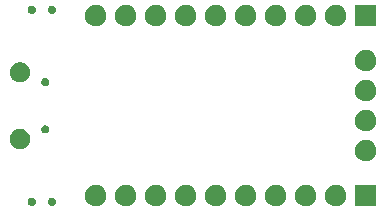
<source format=gbr>
G04 #@! TF.GenerationSoftware,KiCad,Pcbnew,(5.1.5)-3*
G04 #@! TF.CreationDate,2020-06-09T21:02:58-05:00*
G04 #@! TF.ProjectId,pcb,7063622e-6b69-4636-9164-5f7063625858,rev?*
G04 #@! TF.SameCoordinates,Original*
G04 #@! TF.FileFunction,Soldermask,Bot*
G04 #@! TF.FilePolarity,Negative*
%FSLAX46Y46*%
G04 Gerber Fmt 4.6, Leading zero omitted, Abs format (unit mm)*
G04 Created by KiCad (PCBNEW (5.1.5)-3) date 2020-06-09 21:02:58*
%MOMM*%
%LPD*%
G04 APERTURE LIST*
%ADD10C,0.100000*%
G04 APERTURE END LIST*
D10*
G36*
X152513512Y-115943927D02*
G01*
X152662812Y-115973624D01*
X152826784Y-116041544D01*
X152974354Y-116140147D01*
X153099853Y-116265646D01*
X153198456Y-116413216D01*
X153266376Y-116577188D01*
X153301000Y-116751259D01*
X153301000Y-116928741D01*
X153266376Y-117102812D01*
X153198456Y-117266784D01*
X153099853Y-117414354D01*
X152974354Y-117539853D01*
X152826784Y-117638456D01*
X152662812Y-117706376D01*
X152513512Y-117736073D01*
X152488742Y-117741000D01*
X152311258Y-117741000D01*
X152286488Y-117736073D01*
X152137188Y-117706376D01*
X151973216Y-117638456D01*
X151825646Y-117539853D01*
X151700147Y-117414354D01*
X151601544Y-117266784D01*
X151533624Y-117102812D01*
X151499000Y-116928741D01*
X151499000Y-116751259D01*
X151533624Y-116577188D01*
X151601544Y-116413216D01*
X151700147Y-116265646D01*
X151825646Y-116140147D01*
X151973216Y-116041544D01*
X152137188Y-115973624D01*
X152286488Y-115943927D01*
X152311258Y-115939000D01*
X152488742Y-115939000D01*
X152513512Y-115943927D01*
G37*
G36*
X155053512Y-115943927D02*
G01*
X155202812Y-115973624D01*
X155366784Y-116041544D01*
X155514354Y-116140147D01*
X155639853Y-116265646D01*
X155738456Y-116413216D01*
X155806376Y-116577188D01*
X155841000Y-116751259D01*
X155841000Y-116928741D01*
X155806376Y-117102812D01*
X155738456Y-117266784D01*
X155639853Y-117414354D01*
X155514354Y-117539853D01*
X155366784Y-117638456D01*
X155202812Y-117706376D01*
X155053512Y-117736073D01*
X155028742Y-117741000D01*
X154851258Y-117741000D01*
X154826488Y-117736073D01*
X154677188Y-117706376D01*
X154513216Y-117638456D01*
X154365646Y-117539853D01*
X154240147Y-117414354D01*
X154141544Y-117266784D01*
X154073624Y-117102812D01*
X154039000Y-116928741D01*
X154039000Y-116751259D01*
X154073624Y-116577188D01*
X154141544Y-116413216D01*
X154240147Y-116265646D01*
X154365646Y-116140147D01*
X154513216Y-116041544D01*
X154677188Y-115973624D01*
X154826488Y-115943927D01*
X154851258Y-115939000D01*
X155028742Y-115939000D01*
X155053512Y-115943927D01*
G37*
G36*
X158381000Y-117741000D02*
G01*
X156579000Y-117741000D01*
X156579000Y-115939000D01*
X158381000Y-115939000D01*
X158381000Y-117741000D01*
G37*
G36*
X149973512Y-115943927D02*
G01*
X150122812Y-115973624D01*
X150286784Y-116041544D01*
X150434354Y-116140147D01*
X150559853Y-116265646D01*
X150658456Y-116413216D01*
X150726376Y-116577188D01*
X150761000Y-116751259D01*
X150761000Y-116928741D01*
X150726376Y-117102812D01*
X150658456Y-117266784D01*
X150559853Y-117414354D01*
X150434354Y-117539853D01*
X150286784Y-117638456D01*
X150122812Y-117706376D01*
X149973512Y-117736073D01*
X149948742Y-117741000D01*
X149771258Y-117741000D01*
X149746488Y-117736073D01*
X149597188Y-117706376D01*
X149433216Y-117638456D01*
X149285646Y-117539853D01*
X149160147Y-117414354D01*
X149061544Y-117266784D01*
X148993624Y-117102812D01*
X148959000Y-116928741D01*
X148959000Y-116751259D01*
X148993624Y-116577188D01*
X149061544Y-116413216D01*
X149160147Y-116265646D01*
X149285646Y-116140147D01*
X149433216Y-116041544D01*
X149597188Y-115973624D01*
X149746488Y-115943927D01*
X149771258Y-115939000D01*
X149948742Y-115939000D01*
X149973512Y-115943927D01*
G37*
G36*
X147433512Y-115943927D02*
G01*
X147582812Y-115973624D01*
X147746784Y-116041544D01*
X147894354Y-116140147D01*
X148019853Y-116265646D01*
X148118456Y-116413216D01*
X148186376Y-116577188D01*
X148221000Y-116751259D01*
X148221000Y-116928741D01*
X148186376Y-117102812D01*
X148118456Y-117266784D01*
X148019853Y-117414354D01*
X147894354Y-117539853D01*
X147746784Y-117638456D01*
X147582812Y-117706376D01*
X147433512Y-117736073D01*
X147408742Y-117741000D01*
X147231258Y-117741000D01*
X147206488Y-117736073D01*
X147057188Y-117706376D01*
X146893216Y-117638456D01*
X146745646Y-117539853D01*
X146620147Y-117414354D01*
X146521544Y-117266784D01*
X146453624Y-117102812D01*
X146419000Y-116928741D01*
X146419000Y-116751259D01*
X146453624Y-116577188D01*
X146521544Y-116413216D01*
X146620147Y-116265646D01*
X146745646Y-116140147D01*
X146893216Y-116041544D01*
X147057188Y-115973624D01*
X147206488Y-115943927D01*
X147231258Y-115939000D01*
X147408742Y-115939000D01*
X147433512Y-115943927D01*
G37*
G36*
X144893512Y-115943927D02*
G01*
X145042812Y-115973624D01*
X145206784Y-116041544D01*
X145354354Y-116140147D01*
X145479853Y-116265646D01*
X145578456Y-116413216D01*
X145646376Y-116577188D01*
X145681000Y-116751259D01*
X145681000Y-116928741D01*
X145646376Y-117102812D01*
X145578456Y-117266784D01*
X145479853Y-117414354D01*
X145354354Y-117539853D01*
X145206784Y-117638456D01*
X145042812Y-117706376D01*
X144893512Y-117736073D01*
X144868742Y-117741000D01*
X144691258Y-117741000D01*
X144666488Y-117736073D01*
X144517188Y-117706376D01*
X144353216Y-117638456D01*
X144205646Y-117539853D01*
X144080147Y-117414354D01*
X143981544Y-117266784D01*
X143913624Y-117102812D01*
X143879000Y-116928741D01*
X143879000Y-116751259D01*
X143913624Y-116577188D01*
X143981544Y-116413216D01*
X144080147Y-116265646D01*
X144205646Y-116140147D01*
X144353216Y-116041544D01*
X144517188Y-115973624D01*
X144666488Y-115943927D01*
X144691258Y-115939000D01*
X144868742Y-115939000D01*
X144893512Y-115943927D01*
G37*
G36*
X142353512Y-115943927D02*
G01*
X142502812Y-115973624D01*
X142666784Y-116041544D01*
X142814354Y-116140147D01*
X142939853Y-116265646D01*
X143038456Y-116413216D01*
X143106376Y-116577188D01*
X143141000Y-116751259D01*
X143141000Y-116928741D01*
X143106376Y-117102812D01*
X143038456Y-117266784D01*
X142939853Y-117414354D01*
X142814354Y-117539853D01*
X142666784Y-117638456D01*
X142502812Y-117706376D01*
X142353512Y-117736073D01*
X142328742Y-117741000D01*
X142151258Y-117741000D01*
X142126488Y-117736073D01*
X141977188Y-117706376D01*
X141813216Y-117638456D01*
X141665646Y-117539853D01*
X141540147Y-117414354D01*
X141441544Y-117266784D01*
X141373624Y-117102812D01*
X141339000Y-116928741D01*
X141339000Y-116751259D01*
X141373624Y-116577188D01*
X141441544Y-116413216D01*
X141540147Y-116265646D01*
X141665646Y-116140147D01*
X141813216Y-116041544D01*
X141977188Y-115973624D01*
X142126488Y-115943927D01*
X142151258Y-115939000D01*
X142328742Y-115939000D01*
X142353512Y-115943927D01*
G37*
G36*
X139813512Y-115943927D02*
G01*
X139962812Y-115973624D01*
X140126784Y-116041544D01*
X140274354Y-116140147D01*
X140399853Y-116265646D01*
X140498456Y-116413216D01*
X140566376Y-116577188D01*
X140601000Y-116751259D01*
X140601000Y-116928741D01*
X140566376Y-117102812D01*
X140498456Y-117266784D01*
X140399853Y-117414354D01*
X140274354Y-117539853D01*
X140126784Y-117638456D01*
X139962812Y-117706376D01*
X139813512Y-117736073D01*
X139788742Y-117741000D01*
X139611258Y-117741000D01*
X139586488Y-117736073D01*
X139437188Y-117706376D01*
X139273216Y-117638456D01*
X139125646Y-117539853D01*
X139000147Y-117414354D01*
X138901544Y-117266784D01*
X138833624Y-117102812D01*
X138799000Y-116928741D01*
X138799000Y-116751259D01*
X138833624Y-116577188D01*
X138901544Y-116413216D01*
X139000147Y-116265646D01*
X139125646Y-116140147D01*
X139273216Y-116041544D01*
X139437188Y-115973624D01*
X139586488Y-115943927D01*
X139611258Y-115939000D01*
X139788742Y-115939000D01*
X139813512Y-115943927D01*
G37*
G36*
X137273512Y-115943927D02*
G01*
X137422812Y-115973624D01*
X137586784Y-116041544D01*
X137734354Y-116140147D01*
X137859853Y-116265646D01*
X137958456Y-116413216D01*
X138026376Y-116577188D01*
X138061000Y-116751259D01*
X138061000Y-116928741D01*
X138026376Y-117102812D01*
X137958456Y-117266784D01*
X137859853Y-117414354D01*
X137734354Y-117539853D01*
X137586784Y-117638456D01*
X137422812Y-117706376D01*
X137273512Y-117736073D01*
X137248742Y-117741000D01*
X137071258Y-117741000D01*
X137046488Y-117736073D01*
X136897188Y-117706376D01*
X136733216Y-117638456D01*
X136585646Y-117539853D01*
X136460147Y-117414354D01*
X136361544Y-117266784D01*
X136293624Y-117102812D01*
X136259000Y-116928741D01*
X136259000Y-116751259D01*
X136293624Y-116577188D01*
X136361544Y-116413216D01*
X136460147Y-116265646D01*
X136585646Y-116140147D01*
X136733216Y-116041544D01*
X136897188Y-115973624D01*
X137046488Y-115943927D01*
X137071258Y-115939000D01*
X137248742Y-115939000D01*
X137273512Y-115943927D01*
G37*
G36*
X134733512Y-115943927D02*
G01*
X134882812Y-115973624D01*
X135046784Y-116041544D01*
X135194354Y-116140147D01*
X135319853Y-116265646D01*
X135418456Y-116413216D01*
X135486376Y-116577188D01*
X135521000Y-116751259D01*
X135521000Y-116928741D01*
X135486376Y-117102812D01*
X135418456Y-117266784D01*
X135319853Y-117414354D01*
X135194354Y-117539853D01*
X135046784Y-117638456D01*
X134882812Y-117706376D01*
X134733512Y-117736073D01*
X134708742Y-117741000D01*
X134531258Y-117741000D01*
X134506488Y-117736073D01*
X134357188Y-117706376D01*
X134193216Y-117638456D01*
X134045646Y-117539853D01*
X133920147Y-117414354D01*
X133821544Y-117266784D01*
X133753624Y-117102812D01*
X133719000Y-116928741D01*
X133719000Y-116751259D01*
X133753624Y-116577188D01*
X133821544Y-116413216D01*
X133920147Y-116265646D01*
X134045646Y-116140147D01*
X134193216Y-116041544D01*
X134357188Y-115973624D01*
X134506488Y-115943927D01*
X134531258Y-115939000D01*
X134708742Y-115939000D01*
X134733512Y-115943927D01*
G37*
G36*
X129300383Y-117010489D02*
G01*
X129300386Y-117010490D01*
X129300385Y-117010490D01*
X129364258Y-117036946D01*
X129421748Y-117075360D01*
X129470640Y-117124252D01*
X129509054Y-117181742D01*
X129530624Y-117233818D01*
X129535511Y-117245617D01*
X129549000Y-117313430D01*
X129549000Y-117382570D01*
X129535511Y-117450383D01*
X129535510Y-117450385D01*
X129509054Y-117514258D01*
X129470640Y-117571748D01*
X129421748Y-117620640D01*
X129364258Y-117659054D01*
X129312182Y-117680624D01*
X129300383Y-117685511D01*
X129232570Y-117699000D01*
X129163430Y-117699000D01*
X129095617Y-117685511D01*
X129083818Y-117680624D01*
X129031742Y-117659054D01*
X128974252Y-117620640D01*
X128925360Y-117571748D01*
X128886946Y-117514258D01*
X128860490Y-117450385D01*
X128860489Y-117450383D01*
X128847000Y-117382570D01*
X128847000Y-117313430D01*
X128860489Y-117245617D01*
X128865376Y-117233818D01*
X128886946Y-117181742D01*
X128925360Y-117124252D01*
X128974252Y-117075360D01*
X129031742Y-117036946D01*
X129095615Y-117010490D01*
X129095614Y-117010490D01*
X129095617Y-117010489D01*
X129163430Y-116997000D01*
X129232570Y-116997000D01*
X129300383Y-117010489D01*
G37*
G36*
X131000383Y-117010489D02*
G01*
X131000386Y-117010490D01*
X131000385Y-117010490D01*
X131064258Y-117036946D01*
X131121748Y-117075360D01*
X131170640Y-117124252D01*
X131209054Y-117181742D01*
X131230624Y-117233818D01*
X131235511Y-117245617D01*
X131249000Y-117313430D01*
X131249000Y-117382570D01*
X131235511Y-117450383D01*
X131235510Y-117450385D01*
X131209054Y-117514258D01*
X131170640Y-117571748D01*
X131121748Y-117620640D01*
X131064258Y-117659054D01*
X131012182Y-117680624D01*
X131000383Y-117685511D01*
X130932570Y-117699000D01*
X130863430Y-117699000D01*
X130795617Y-117685511D01*
X130783818Y-117680624D01*
X130731742Y-117659054D01*
X130674252Y-117620640D01*
X130625360Y-117571748D01*
X130586946Y-117514258D01*
X130560490Y-117450385D01*
X130560489Y-117450383D01*
X130547000Y-117382570D01*
X130547000Y-117313430D01*
X130560489Y-117245617D01*
X130565376Y-117233818D01*
X130586946Y-117181742D01*
X130625360Y-117124252D01*
X130674252Y-117075360D01*
X130731742Y-117036946D01*
X130795615Y-117010490D01*
X130795614Y-117010490D01*
X130795617Y-117010489D01*
X130863430Y-116997000D01*
X130932570Y-116997000D01*
X131000383Y-117010489D01*
G37*
G36*
X157593512Y-112133927D02*
G01*
X157742812Y-112163624D01*
X157906784Y-112231544D01*
X158054354Y-112330147D01*
X158179853Y-112455646D01*
X158278456Y-112603216D01*
X158346376Y-112767188D01*
X158381000Y-112941259D01*
X158381000Y-113118741D01*
X158346376Y-113292812D01*
X158278456Y-113456784D01*
X158179853Y-113604354D01*
X158054354Y-113729853D01*
X157906784Y-113828456D01*
X157742812Y-113896376D01*
X157593512Y-113926073D01*
X157568742Y-113931000D01*
X157391258Y-113931000D01*
X157366488Y-113926073D01*
X157217188Y-113896376D01*
X157053216Y-113828456D01*
X156905646Y-113729853D01*
X156780147Y-113604354D01*
X156681544Y-113456784D01*
X156613624Y-113292812D01*
X156579000Y-113118741D01*
X156579000Y-112941259D01*
X156613624Y-112767188D01*
X156681544Y-112603216D01*
X156780147Y-112455646D01*
X156905646Y-112330147D01*
X157053216Y-112231544D01*
X157217188Y-112163624D01*
X157366488Y-112133927D01*
X157391258Y-112129000D01*
X157568742Y-112129000D01*
X157593512Y-112133927D01*
G37*
G36*
X128444228Y-111226703D02*
G01*
X128599100Y-111290853D01*
X128738481Y-111383985D01*
X128857015Y-111502519D01*
X128950147Y-111641900D01*
X129014297Y-111796772D01*
X129047000Y-111961184D01*
X129047000Y-112128816D01*
X129014297Y-112293228D01*
X128950147Y-112448100D01*
X128857015Y-112587481D01*
X128738481Y-112706015D01*
X128599100Y-112799147D01*
X128444228Y-112863297D01*
X128279816Y-112896000D01*
X128112184Y-112896000D01*
X127947772Y-112863297D01*
X127792900Y-112799147D01*
X127653519Y-112706015D01*
X127534985Y-112587481D01*
X127441853Y-112448100D01*
X127377703Y-112293228D01*
X127345000Y-112128816D01*
X127345000Y-111961184D01*
X127377703Y-111796772D01*
X127441853Y-111641900D01*
X127534985Y-111502519D01*
X127653519Y-111383985D01*
X127792900Y-111290853D01*
X127947772Y-111226703D01*
X128112184Y-111194000D01*
X128279816Y-111194000D01*
X128444228Y-111226703D01*
G37*
G36*
X130448383Y-110882489D02*
G01*
X130448386Y-110882490D01*
X130448385Y-110882490D01*
X130512258Y-110908946D01*
X130569748Y-110947360D01*
X130618640Y-110996252D01*
X130657054Y-111053742D01*
X130661449Y-111064354D01*
X130683511Y-111117617D01*
X130697000Y-111185430D01*
X130697000Y-111254570D01*
X130683511Y-111322383D01*
X130683510Y-111322385D01*
X130657054Y-111386258D01*
X130618640Y-111443748D01*
X130569748Y-111492640D01*
X130512258Y-111531054D01*
X130460182Y-111552624D01*
X130448383Y-111557511D01*
X130380570Y-111571000D01*
X130311430Y-111571000D01*
X130243617Y-111557511D01*
X130231818Y-111552624D01*
X130179742Y-111531054D01*
X130122252Y-111492640D01*
X130073360Y-111443748D01*
X130034946Y-111386258D01*
X130008490Y-111322385D01*
X130008489Y-111322383D01*
X129995000Y-111254570D01*
X129995000Y-111185430D01*
X130008489Y-111117617D01*
X130030551Y-111064354D01*
X130034946Y-111053742D01*
X130073360Y-110996252D01*
X130122252Y-110947360D01*
X130179742Y-110908946D01*
X130243615Y-110882490D01*
X130243614Y-110882490D01*
X130243617Y-110882489D01*
X130311430Y-110869000D01*
X130380570Y-110869000D01*
X130448383Y-110882489D01*
G37*
G36*
X157593512Y-109593927D02*
G01*
X157742812Y-109623624D01*
X157906784Y-109691544D01*
X158054354Y-109790147D01*
X158179853Y-109915646D01*
X158278456Y-110063216D01*
X158346376Y-110227188D01*
X158381000Y-110401259D01*
X158381000Y-110578741D01*
X158346376Y-110752812D01*
X158278456Y-110916784D01*
X158179853Y-111064354D01*
X158054354Y-111189853D01*
X157906784Y-111288456D01*
X157742812Y-111356376D01*
X157593512Y-111386073D01*
X157568742Y-111391000D01*
X157391258Y-111391000D01*
X157366488Y-111386073D01*
X157217188Y-111356376D01*
X157053216Y-111288456D01*
X156905646Y-111189853D01*
X156780147Y-111064354D01*
X156681544Y-110916784D01*
X156613624Y-110752812D01*
X156579000Y-110578741D01*
X156579000Y-110401259D01*
X156613624Y-110227188D01*
X156681544Y-110063216D01*
X156780147Y-109915646D01*
X156905646Y-109790147D01*
X157053216Y-109691544D01*
X157217188Y-109623624D01*
X157366488Y-109593927D01*
X157391258Y-109589000D01*
X157568742Y-109589000D01*
X157593512Y-109593927D01*
G37*
G36*
X157592566Y-107053739D02*
G01*
X157742812Y-107083624D01*
X157906784Y-107151544D01*
X158054354Y-107250147D01*
X158179853Y-107375646D01*
X158278456Y-107523216D01*
X158346376Y-107687188D01*
X158381000Y-107861259D01*
X158381000Y-108038741D01*
X158346376Y-108212812D01*
X158278456Y-108376784D01*
X158179853Y-108524354D01*
X158054354Y-108649853D01*
X157906784Y-108748456D01*
X157742812Y-108816376D01*
X157593512Y-108846073D01*
X157568742Y-108851000D01*
X157391258Y-108851000D01*
X157366488Y-108846073D01*
X157217188Y-108816376D01*
X157053216Y-108748456D01*
X156905646Y-108649853D01*
X156780147Y-108524354D01*
X156681544Y-108376784D01*
X156613624Y-108212812D01*
X156579000Y-108038741D01*
X156579000Y-107861259D01*
X156613624Y-107687188D01*
X156681544Y-107523216D01*
X156780147Y-107375646D01*
X156905646Y-107250147D01*
X157053216Y-107151544D01*
X157217188Y-107083624D01*
X157367434Y-107053739D01*
X157391258Y-107049000D01*
X157568742Y-107049000D01*
X157592566Y-107053739D01*
G37*
G36*
X130448383Y-106882489D02*
G01*
X130448386Y-106882490D01*
X130448385Y-106882490D01*
X130512258Y-106908946D01*
X130569748Y-106947360D01*
X130618640Y-106996252D01*
X130657054Y-107053742D01*
X130657995Y-107056015D01*
X130683511Y-107117617D01*
X130697000Y-107185430D01*
X130697000Y-107254570D01*
X130683511Y-107322383D01*
X130683510Y-107322385D01*
X130657054Y-107386258D01*
X130618640Y-107443748D01*
X130569748Y-107492640D01*
X130512258Y-107531054D01*
X130460182Y-107552624D01*
X130448383Y-107557511D01*
X130380570Y-107571000D01*
X130311430Y-107571000D01*
X130243617Y-107557511D01*
X130231818Y-107552624D01*
X130179742Y-107531054D01*
X130122252Y-107492640D01*
X130073360Y-107443748D01*
X130034946Y-107386258D01*
X130008490Y-107322385D01*
X130008489Y-107322383D01*
X129995000Y-107254570D01*
X129995000Y-107185430D01*
X130008489Y-107117617D01*
X130034005Y-107056015D01*
X130034946Y-107053742D01*
X130073360Y-106996252D01*
X130122252Y-106947360D01*
X130179742Y-106908946D01*
X130243615Y-106882490D01*
X130243614Y-106882490D01*
X130243617Y-106882489D01*
X130311430Y-106869000D01*
X130380570Y-106869000D01*
X130448383Y-106882489D01*
G37*
G36*
X128444228Y-105576703D02*
G01*
X128599100Y-105640853D01*
X128738481Y-105733985D01*
X128857015Y-105852519D01*
X128950147Y-105991900D01*
X129014297Y-106146772D01*
X129047000Y-106311184D01*
X129047000Y-106478816D01*
X129014297Y-106643228D01*
X128950147Y-106798100D01*
X128857015Y-106937481D01*
X128738481Y-107056015D01*
X128599100Y-107149147D01*
X128444228Y-107213297D01*
X128279816Y-107246000D01*
X128112184Y-107246000D01*
X127947772Y-107213297D01*
X127792900Y-107149147D01*
X127653519Y-107056015D01*
X127534985Y-106937481D01*
X127441853Y-106798100D01*
X127377703Y-106643228D01*
X127345000Y-106478816D01*
X127345000Y-106311184D01*
X127377703Y-106146772D01*
X127441853Y-105991900D01*
X127534985Y-105852519D01*
X127653519Y-105733985D01*
X127792900Y-105640853D01*
X127947772Y-105576703D01*
X128112184Y-105544000D01*
X128279816Y-105544000D01*
X128444228Y-105576703D01*
G37*
G36*
X157593512Y-104513927D02*
G01*
X157742812Y-104543624D01*
X157906784Y-104611544D01*
X158054354Y-104710147D01*
X158179853Y-104835646D01*
X158278456Y-104983216D01*
X158346376Y-105147188D01*
X158381000Y-105321259D01*
X158381000Y-105498741D01*
X158346376Y-105672812D01*
X158278456Y-105836784D01*
X158179853Y-105984354D01*
X158054354Y-106109853D01*
X157906784Y-106208456D01*
X157742812Y-106276376D01*
X157593512Y-106306073D01*
X157568742Y-106311000D01*
X157391258Y-106311000D01*
X157366488Y-106306073D01*
X157217188Y-106276376D01*
X157053216Y-106208456D01*
X156905646Y-106109853D01*
X156780147Y-105984354D01*
X156681544Y-105836784D01*
X156613624Y-105672812D01*
X156579000Y-105498741D01*
X156579000Y-105321259D01*
X156613624Y-105147188D01*
X156681544Y-104983216D01*
X156780147Y-104835646D01*
X156905646Y-104710147D01*
X157053216Y-104611544D01*
X157217188Y-104543624D01*
X157366488Y-104513927D01*
X157391258Y-104509000D01*
X157568742Y-104509000D01*
X157593512Y-104513927D01*
G37*
G36*
X147433512Y-100703927D02*
G01*
X147582812Y-100733624D01*
X147746784Y-100801544D01*
X147894354Y-100900147D01*
X148019853Y-101025646D01*
X148118456Y-101173216D01*
X148186376Y-101337188D01*
X148221000Y-101511259D01*
X148221000Y-101688741D01*
X148186376Y-101862812D01*
X148118456Y-102026784D01*
X148019853Y-102174354D01*
X147894354Y-102299853D01*
X147746784Y-102398456D01*
X147582812Y-102466376D01*
X147433512Y-102496073D01*
X147408742Y-102501000D01*
X147231258Y-102501000D01*
X147206488Y-102496073D01*
X147057188Y-102466376D01*
X146893216Y-102398456D01*
X146745646Y-102299853D01*
X146620147Y-102174354D01*
X146521544Y-102026784D01*
X146453624Y-101862812D01*
X146419000Y-101688741D01*
X146419000Y-101511259D01*
X146453624Y-101337188D01*
X146521544Y-101173216D01*
X146620147Y-101025646D01*
X146745646Y-100900147D01*
X146893216Y-100801544D01*
X147057188Y-100733624D01*
X147206488Y-100703927D01*
X147231258Y-100699000D01*
X147408742Y-100699000D01*
X147433512Y-100703927D01*
G37*
G36*
X155053512Y-100703927D02*
G01*
X155202812Y-100733624D01*
X155366784Y-100801544D01*
X155514354Y-100900147D01*
X155639853Y-101025646D01*
X155738456Y-101173216D01*
X155806376Y-101337188D01*
X155841000Y-101511259D01*
X155841000Y-101688741D01*
X155806376Y-101862812D01*
X155738456Y-102026784D01*
X155639853Y-102174354D01*
X155514354Y-102299853D01*
X155366784Y-102398456D01*
X155202812Y-102466376D01*
X155053512Y-102496073D01*
X155028742Y-102501000D01*
X154851258Y-102501000D01*
X154826488Y-102496073D01*
X154677188Y-102466376D01*
X154513216Y-102398456D01*
X154365646Y-102299853D01*
X154240147Y-102174354D01*
X154141544Y-102026784D01*
X154073624Y-101862812D01*
X154039000Y-101688741D01*
X154039000Y-101511259D01*
X154073624Y-101337188D01*
X154141544Y-101173216D01*
X154240147Y-101025646D01*
X154365646Y-100900147D01*
X154513216Y-100801544D01*
X154677188Y-100733624D01*
X154826488Y-100703927D01*
X154851258Y-100699000D01*
X155028742Y-100699000D01*
X155053512Y-100703927D01*
G37*
G36*
X144893512Y-100703927D02*
G01*
X145042812Y-100733624D01*
X145206784Y-100801544D01*
X145354354Y-100900147D01*
X145479853Y-101025646D01*
X145578456Y-101173216D01*
X145646376Y-101337188D01*
X145681000Y-101511259D01*
X145681000Y-101688741D01*
X145646376Y-101862812D01*
X145578456Y-102026784D01*
X145479853Y-102174354D01*
X145354354Y-102299853D01*
X145206784Y-102398456D01*
X145042812Y-102466376D01*
X144893512Y-102496073D01*
X144868742Y-102501000D01*
X144691258Y-102501000D01*
X144666488Y-102496073D01*
X144517188Y-102466376D01*
X144353216Y-102398456D01*
X144205646Y-102299853D01*
X144080147Y-102174354D01*
X143981544Y-102026784D01*
X143913624Y-101862812D01*
X143879000Y-101688741D01*
X143879000Y-101511259D01*
X143913624Y-101337188D01*
X143981544Y-101173216D01*
X144080147Y-101025646D01*
X144205646Y-100900147D01*
X144353216Y-100801544D01*
X144517188Y-100733624D01*
X144666488Y-100703927D01*
X144691258Y-100699000D01*
X144868742Y-100699000D01*
X144893512Y-100703927D01*
G37*
G36*
X142353512Y-100703927D02*
G01*
X142502812Y-100733624D01*
X142666784Y-100801544D01*
X142814354Y-100900147D01*
X142939853Y-101025646D01*
X143038456Y-101173216D01*
X143106376Y-101337188D01*
X143141000Y-101511259D01*
X143141000Y-101688741D01*
X143106376Y-101862812D01*
X143038456Y-102026784D01*
X142939853Y-102174354D01*
X142814354Y-102299853D01*
X142666784Y-102398456D01*
X142502812Y-102466376D01*
X142353512Y-102496073D01*
X142328742Y-102501000D01*
X142151258Y-102501000D01*
X142126488Y-102496073D01*
X141977188Y-102466376D01*
X141813216Y-102398456D01*
X141665646Y-102299853D01*
X141540147Y-102174354D01*
X141441544Y-102026784D01*
X141373624Y-101862812D01*
X141339000Y-101688741D01*
X141339000Y-101511259D01*
X141373624Y-101337188D01*
X141441544Y-101173216D01*
X141540147Y-101025646D01*
X141665646Y-100900147D01*
X141813216Y-100801544D01*
X141977188Y-100733624D01*
X142126488Y-100703927D01*
X142151258Y-100699000D01*
X142328742Y-100699000D01*
X142353512Y-100703927D01*
G37*
G36*
X139813512Y-100703927D02*
G01*
X139962812Y-100733624D01*
X140126784Y-100801544D01*
X140274354Y-100900147D01*
X140399853Y-101025646D01*
X140498456Y-101173216D01*
X140566376Y-101337188D01*
X140601000Y-101511259D01*
X140601000Y-101688741D01*
X140566376Y-101862812D01*
X140498456Y-102026784D01*
X140399853Y-102174354D01*
X140274354Y-102299853D01*
X140126784Y-102398456D01*
X139962812Y-102466376D01*
X139813512Y-102496073D01*
X139788742Y-102501000D01*
X139611258Y-102501000D01*
X139586488Y-102496073D01*
X139437188Y-102466376D01*
X139273216Y-102398456D01*
X139125646Y-102299853D01*
X139000147Y-102174354D01*
X138901544Y-102026784D01*
X138833624Y-101862812D01*
X138799000Y-101688741D01*
X138799000Y-101511259D01*
X138833624Y-101337188D01*
X138901544Y-101173216D01*
X139000147Y-101025646D01*
X139125646Y-100900147D01*
X139273216Y-100801544D01*
X139437188Y-100733624D01*
X139586488Y-100703927D01*
X139611258Y-100699000D01*
X139788742Y-100699000D01*
X139813512Y-100703927D01*
G37*
G36*
X137273512Y-100703927D02*
G01*
X137422812Y-100733624D01*
X137586784Y-100801544D01*
X137734354Y-100900147D01*
X137859853Y-101025646D01*
X137958456Y-101173216D01*
X138026376Y-101337188D01*
X138061000Y-101511259D01*
X138061000Y-101688741D01*
X138026376Y-101862812D01*
X137958456Y-102026784D01*
X137859853Y-102174354D01*
X137734354Y-102299853D01*
X137586784Y-102398456D01*
X137422812Y-102466376D01*
X137273512Y-102496073D01*
X137248742Y-102501000D01*
X137071258Y-102501000D01*
X137046488Y-102496073D01*
X136897188Y-102466376D01*
X136733216Y-102398456D01*
X136585646Y-102299853D01*
X136460147Y-102174354D01*
X136361544Y-102026784D01*
X136293624Y-101862812D01*
X136259000Y-101688741D01*
X136259000Y-101511259D01*
X136293624Y-101337188D01*
X136361544Y-101173216D01*
X136460147Y-101025646D01*
X136585646Y-100900147D01*
X136733216Y-100801544D01*
X136897188Y-100733624D01*
X137046488Y-100703927D01*
X137071258Y-100699000D01*
X137248742Y-100699000D01*
X137273512Y-100703927D01*
G37*
G36*
X134733512Y-100703927D02*
G01*
X134882812Y-100733624D01*
X135046784Y-100801544D01*
X135194354Y-100900147D01*
X135319853Y-101025646D01*
X135418456Y-101173216D01*
X135486376Y-101337188D01*
X135521000Y-101511259D01*
X135521000Y-101688741D01*
X135486376Y-101862812D01*
X135418456Y-102026784D01*
X135319853Y-102174354D01*
X135194354Y-102299853D01*
X135046784Y-102398456D01*
X134882812Y-102466376D01*
X134733512Y-102496073D01*
X134708742Y-102501000D01*
X134531258Y-102501000D01*
X134506488Y-102496073D01*
X134357188Y-102466376D01*
X134193216Y-102398456D01*
X134045646Y-102299853D01*
X133920147Y-102174354D01*
X133821544Y-102026784D01*
X133753624Y-101862812D01*
X133719000Y-101688741D01*
X133719000Y-101511259D01*
X133753624Y-101337188D01*
X133821544Y-101173216D01*
X133920147Y-101025646D01*
X134045646Y-100900147D01*
X134193216Y-100801544D01*
X134357188Y-100733624D01*
X134506488Y-100703927D01*
X134531258Y-100699000D01*
X134708742Y-100699000D01*
X134733512Y-100703927D01*
G37*
G36*
X149973512Y-100703927D02*
G01*
X150122812Y-100733624D01*
X150286784Y-100801544D01*
X150434354Y-100900147D01*
X150559853Y-101025646D01*
X150658456Y-101173216D01*
X150726376Y-101337188D01*
X150761000Y-101511259D01*
X150761000Y-101688741D01*
X150726376Y-101862812D01*
X150658456Y-102026784D01*
X150559853Y-102174354D01*
X150434354Y-102299853D01*
X150286784Y-102398456D01*
X150122812Y-102466376D01*
X149973512Y-102496073D01*
X149948742Y-102501000D01*
X149771258Y-102501000D01*
X149746488Y-102496073D01*
X149597188Y-102466376D01*
X149433216Y-102398456D01*
X149285646Y-102299853D01*
X149160147Y-102174354D01*
X149061544Y-102026784D01*
X148993624Y-101862812D01*
X148959000Y-101688741D01*
X148959000Y-101511259D01*
X148993624Y-101337188D01*
X149061544Y-101173216D01*
X149160147Y-101025646D01*
X149285646Y-100900147D01*
X149433216Y-100801544D01*
X149597188Y-100733624D01*
X149746488Y-100703927D01*
X149771258Y-100699000D01*
X149948742Y-100699000D01*
X149973512Y-100703927D01*
G37*
G36*
X152513512Y-100703927D02*
G01*
X152662812Y-100733624D01*
X152826784Y-100801544D01*
X152974354Y-100900147D01*
X153099853Y-101025646D01*
X153198456Y-101173216D01*
X153266376Y-101337188D01*
X153301000Y-101511259D01*
X153301000Y-101688741D01*
X153266376Y-101862812D01*
X153198456Y-102026784D01*
X153099853Y-102174354D01*
X152974354Y-102299853D01*
X152826784Y-102398456D01*
X152662812Y-102466376D01*
X152513512Y-102496073D01*
X152488742Y-102501000D01*
X152311258Y-102501000D01*
X152286488Y-102496073D01*
X152137188Y-102466376D01*
X151973216Y-102398456D01*
X151825646Y-102299853D01*
X151700147Y-102174354D01*
X151601544Y-102026784D01*
X151533624Y-101862812D01*
X151499000Y-101688741D01*
X151499000Y-101511259D01*
X151533624Y-101337188D01*
X151601544Y-101173216D01*
X151700147Y-101025646D01*
X151825646Y-100900147D01*
X151973216Y-100801544D01*
X152137188Y-100733624D01*
X152286488Y-100703927D01*
X152311258Y-100699000D01*
X152488742Y-100699000D01*
X152513512Y-100703927D01*
G37*
G36*
X158381000Y-102501000D02*
G01*
X156579000Y-102501000D01*
X156579000Y-100699000D01*
X158381000Y-100699000D01*
X158381000Y-102501000D01*
G37*
G36*
X131000383Y-100754489D02*
G01*
X131000386Y-100754490D01*
X131000385Y-100754490D01*
X131064258Y-100780946D01*
X131121748Y-100819360D01*
X131170640Y-100868252D01*
X131209054Y-100925742D01*
X131230624Y-100977818D01*
X131235511Y-100989617D01*
X131249000Y-101057430D01*
X131249000Y-101126570D01*
X131235511Y-101194383D01*
X131235510Y-101194385D01*
X131209054Y-101258258D01*
X131170640Y-101315748D01*
X131121748Y-101364640D01*
X131064258Y-101403054D01*
X131012182Y-101424624D01*
X131000383Y-101429511D01*
X130932570Y-101443000D01*
X130863430Y-101443000D01*
X130795617Y-101429511D01*
X130783818Y-101424624D01*
X130731742Y-101403054D01*
X130674252Y-101364640D01*
X130625360Y-101315748D01*
X130586946Y-101258258D01*
X130560490Y-101194385D01*
X130560489Y-101194383D01*
X130547000Y-101126570D01*
X130547000Y-101057430D01*
X130560489Y-100989617D01*
X130565376Y-100977818D01*
X130586946Y-100925742D01*
X130625360Y-100868252D01*
X130674252Y-100819360D01*
X130731742Y-100780946D01*
X130795615Y-100754490D01*
X130795614Y-100754490D01*
X130795617Y-100754489D01*
X130863430Y-100741000D01*
X130932570Y-100741000D01*
X131000383Y-100754489D01*
G37*
G36*
X129300383Y-100754489D02*
G01*
X129300386Y-100754490D01*
X129300385Y-100754490D01*
X129364258Y-100780946D01*
X129421748Y-100819360D01*
X129470640Y-100868252D01*
X129509054Y-100925742D01*
X129530624Y-100977818D01*
X129535511Y-100989617D01*
X129549000Y-101057430D01*
X129549000Y-101126570D01*
X129535511Y-101194383D01*
X129535510Y-101194385D01*
X129509054Y-101258258D01*
X129470640Y-101315748D01*
X129421748Y-101364640D01*
X129364258Y-101403054D01*
X129312182Y-101424624D01*
X129300383Y-101429511D01*
X129232570Y-101443000D01*
X129163430Y-101443000D01*
X129095617Y-101429511D01*
X129083818Y-101424624D01*
X129031742Y-101403054D01*
X128974252Y-101364640D01*
X128925360Y-101315748D01*
X128886946Y-101258258D01*
X128860490Y-101194385D01*
X128860489Y-101194383D01*
X128847000Y-101126570D01*
X128847000Y-101057430D01*
X128860489Y-100989617D01*
X128865376Y-100977818D01*
X128886946Y-100925742D01*
X128925360Y-100868252D01*
X128974252Y-100819360D01*
X129031742Y-100780946D01*
X129095615Y-100754490D01*
X129095614Y-100754490D01*
X129095617Y-100754489D01*
X129163430Y-100741000D01*
X129232570Y-100741000D01*
X129300383Y-100754489D01*
G37*
M02*

</source>
